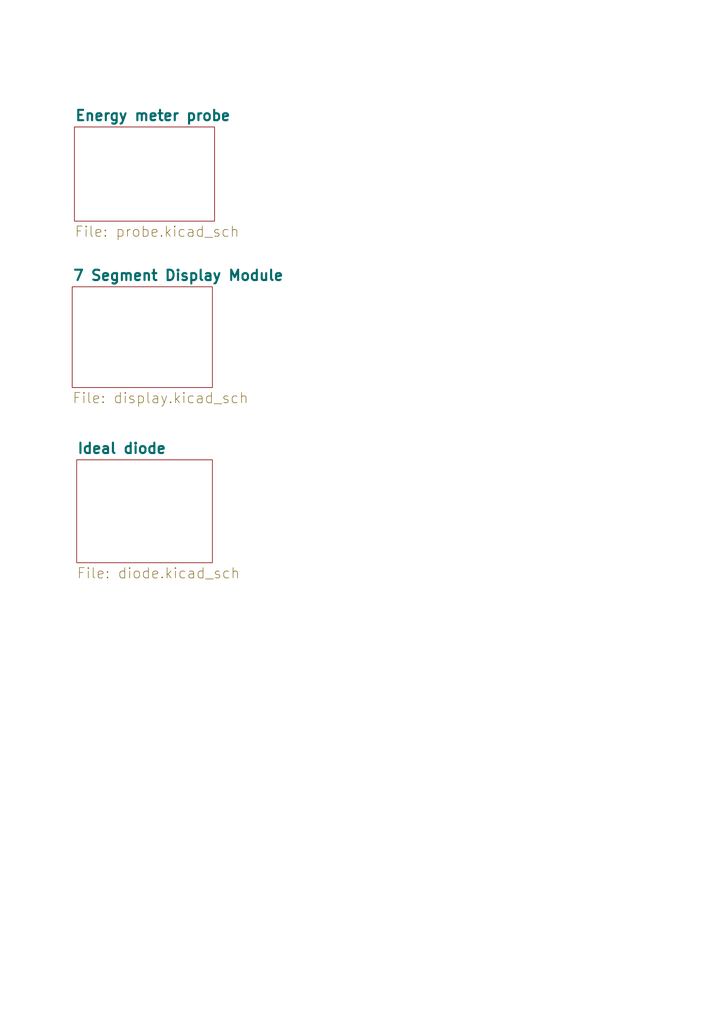
<source format=kicad_sch>
(kicad_sch
	(version 20231120)
	(generator "eeschema")
	(generator_version "8.0")
	(uuid "555ba40f-9abb-4b99-82c6-07e888fda9fd")
	(paper "A4" portrait)
	(lib_symbols)
	(sheet
		(at 21.59 36.83)
		(size 40.64 27.305)
		(fields_autoplaced yes)
		(stroke
			(width 0.1524)
			(type solid)
		)
		(fill
			(color 0 0 0 0.0000)
		)
		(uuid "38f7d7b3-cc2b-41cd-b860-ac6cfc432006")
		(property "Sheetname" "Energy meter probe"
			(at 21.59 35.2534 0)
			(effects
				(font
					(size 3 3)
					(bold yes)
				)
				(justify left bottom)
			)
		)
		(property "Sheetfile" "probe.kicad_sch"
			(at 21.59 65.4116 0)
			(effects
				(font
					(size 3 3)
				)
				(justify left top)
			)
		)
		(instances
			(project "DC_line_module+Meter_probe"
				(path "/555ba40f-9abb-4b99-82c6-07e888fda9fd"
					(page "4")
				)
			)
		)
	)
	(sheet
		(at 22.225 133.35)
		(size 39.37 29.845)
		(fields_autoplaced yes)
		(stroke
			(width 0.1524)
			(type solid)
		)
		(fill
			(color 0 0 0 0.0000)
		)
		(uuid "3c7d3bd3-1e37-47e5-8397-05d52e4a0cee")
		(property "Sheetname" "Ideal diode"
			(at 22.225 131.7734 0)
			(effects
				(font
					(size 3 3)
					(bold yes)
				)
				(justify left bottom)
			)
		)
		(property "Sheetfile" "diode.kicad_sch"
			(at 22.225 164.4716 0)
			(effects
				(font
					(size 3 3)
				)
				(justify left top)
			)
		)
		(instances
			(project "DC_line_module+Meter_probe"
				(path "/555ba40f-9abb-4b99-82c6-07e888fda9fd"
					(page "3")
				)
			)
		)
	)
	(sheet
		(at 20.955 83.185)
		(size 40.64 29.21)
		(fields_autoplaced yes)
		(stroke
			(width 0.1524)
			(type solid)
		)
		(fill
			(color 0 0 0 0.0000)
		)
		(uuid "78d02bf8-2c90-4dcc-b66d-75a4a2a52c04")
		(property "Sheetname" "7 Segment Display Module"
			(at 20.955 81.6084 0)
			(effects
				(font
					(size 3 3)
					(bold yes)
				)
				(justify left bottom)
			)
		)
		(property "Sheetfile" "display.kicad_sch"
			(at 20.955 113.6716 0)
			(effects
				(font
					(size 3 3)
				)
				(justify left top)
			)
		)
		(instances
			(project "DC_line_module+Meter_probe"
				(path "/555ba40f-9abb-4b99-82c6-07e888fda9fd"
					(page "2")
				)
			)
		)
	)
	(sheet_instances
		(path "/"
			(page "1")
		)
	)
)
</source>
